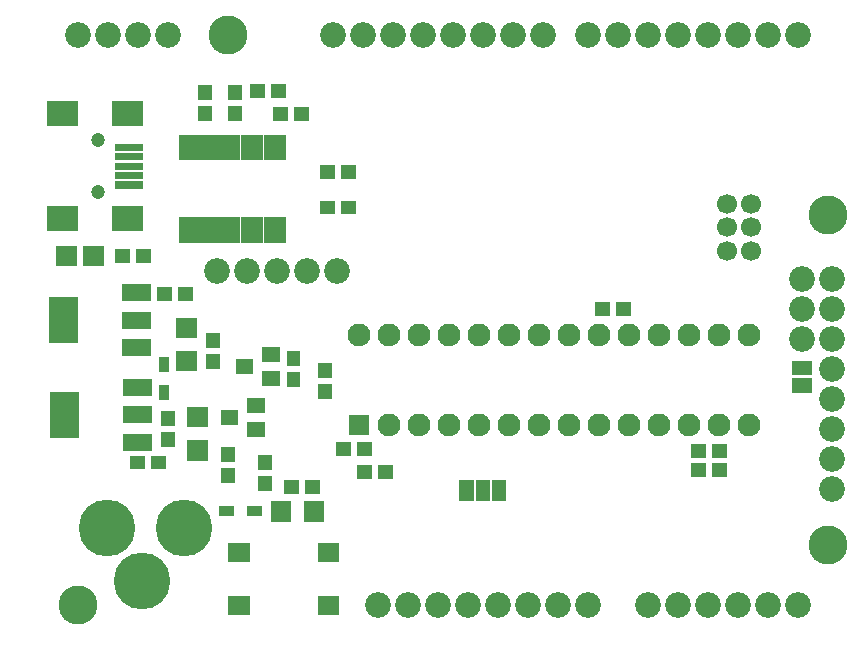
<source format=gbr>
G04 GERBER ASCII OUTPUT FROM: EDWINXP (VER. 1.80 REV. 20100515)*
G04 GERBER FORMAT: RX-274-X*
G04 BOARD: AMICUS24*
G04 ARTWORK OF COMP.MASK POSITIVE*
%ASAXBY*%
%FSTAX24Y24*%
%MIA0B0*%
%MOIN*%
%OFA0.0000B0.0000*%
%SFA1B1*%
%IJA0B0*%
%INLAYER1POS*%
%IOA0B0*%
%IPPOS*%
%IR0*%
G04 APERTURE LIST*
%ADD10C,0.00039*%
%ADD12C,0.00077*%
%ADD13R,0.00077X0.00077*%
%ADD14C,0.0010*%
%ADD16C,0.00118*%
%ADD18C,0.00136*%
%ADD19R,0.00136X0.00136*%
%ADD20C,0.0020*%
%ADD21R,0.0020X0.0020*%
%ADD22C,0.00236*%
%ADD24C,0.0030*%
%ADD25R,0.0030X0.0030*%
%ADD26C,0.00313*%
%ADD27R,0.00313X0.00313*%
%ADD28C,0.00353*%
%ADD29R,0.00353X0.00353*%
%ADD30C,0.00394*%
%ADD32C,0.0040*%
%ADD33R,0.0040X0.0040*%
%ADD34C,0.00472*%
%ADD36C,0.0050*%
%ADD37R,0.0050X0.0050*%
%ADD38C,0.00551*%
%ADD39R,0.00551X0.00551*%
%ADD40C,0.00591*%
%ADD41R,0.00591X0.00591*%
%ADD42C,0.00609*%
%ADD43R,0.00609X0.00609*%
%ADD44C,0.00659*%
%ADD45R,0.00659X0.00659*%
%ADD46C,0.00668*%
%ADD47R,0.00668X0.00668*%
%ADD48C,0.0067*%
%ADD49R,0.0067X0.0067*%
%ADD50C,0.00707*%
%ADD51R,0.00707X0.00707*%
%ADD52C,0.00746*%
%ADD53R,0.00746X0.00746*%
%ADD54C,0.00787*%
%ADD55R,0.00787X0.00787*%
%ADD56C,0.00799*%
%ADD58C,0.0080*%
%ADD60C,0.00904*%
%ADD61R,0.00904X0.00904*%
%ADD62C,0.00945*%
%ADD63R,0.00945X0.00945*%
%ADD64C,0.00975*%
%ADD65R,0.00975X0.00975*%
%ADD66C,0.00984*%
%ADD67R,0.00984X0.00984*%
%ADD68C,0.0100*%
%ADD69R,0.0100X0.0100*%
%ADD70C,0.01102*%
%ADD71R,0.01102X0.01102*%
%ADD72C,0.01181*%
%ADD74C,0.01194*%
%ADD76C,0.0120*%
%ADD78C,0.0122*%
%ADD79R,0.0122X0.0122*%
%ADD80C,0.0124*%
%ADD81R,0.0124X0.0124*%
%ADD82C,0.0130*%
%ADD84C,0.01337*%
%ADD85R,0.01337X0.01337*%
%ADD86C,0.01339*%
%ADD88C,0.01417*%
%ADD90C,0.0150*%
%ADD91R,0.0150X0.0150*%
%ADD92C,0.01575*%
%ADD94C,0.0160*%
%ADD96C,0.01969*%
%ADD97R,0.01969X0.01969*%
%ADD98C,0.0200*%
%ADD100C,0.0200*%
%ADD101R,0.0200X0.0200*%
%ADD102C,0.02008*%
%ADD103R,0.02008X0.02008*%
%ADD104C,0.02165*%
%ADD105R,0.02165X0.02165*%
%ADD106C,0.02362*%
%ADD107R,0.02362X0.02362*%
%ADD108C,0.0240*%
%ADD109R,0.0240X0.0240*%
%ADD110C,0.0240*%
%ADD111R,0.0240X0.0240*%
%ADD112C,0.02439*%
%ADD113R,0.02439X0.02439*%
%ADD114C,0.0250*%
%ADD115R,0.0250X0.0250*%
%ADD116C,0.02559*%
%ADD117R,0.02559X0.02559*%
%ADD118C,0.02598*%
%ADD119R,0.02598X0.02598*%
%ADD120C,0.02636*%
%ADD122C,0.0270*%
%ADD123R,0.0270X0.0270*%
%ADD124C,0.02756*%
%ADD125R,0.02756X0.02756*%
%ADD126C,0.02794*%
%ADD128C,0.0280*%
%ADD130C,0.02854*%
%ADD131R,0.02854X0.02854*%
%ADD132C,0.02872*%
%ADD134C,0.0290*%
%ADD136C,0.02951*%
%ADD137R,0.02951X0.02951*%
%ADD138C,0.02953*%
%ADD139R,0.02953X0.02953*%
%ADD140C,0.02991*%
%ADD142C,0.0300*%
%ADD143R,0.0300X0.0300*%
%ADD144C,0.03059*%
%ADD145R,0.03059X0.03059*%
%ADD146C,0.0307*%
%ADD147R,0.0307X0.0307*%
%ADD148C,0.03187*%
%ADD149R,0.03187X0.03187*%
%ADD150C,0.03199*%
%ADD151R,0.03199X0.03199*%
%ADD152C,0.0320*%
%ADD153R,0.0320X0.0320*%
%ADD154C,0.03248*%
%ADD155R,0.03248X0.03248*%
%ADD156C,0.03345*%
%ADD157R,0.03345X0.03345*%
%ADD158C,0.03346*%
%ADD159R,0.03346X0.03346*%
%ADD160C,0.03375*%
%ADD161R,0.03375X0.03375*%
%ADD162C,0.03425*%
%ADD163R,0.03425X0.03425*%
%ADD164C,0.0350*%
%ADD165R,0.0350X0.0350*%
%ADD166C,0.03502*%
%ADD167R,0.03502X0.03502*%
%ADD168C,0.03581*%
%ADD170C,0.03594*%
%ADD171R,0.03594X0.03594*%
%ADD172C,0.0360*%
%ADD173R,0.0360X0.0360*%
%ADD174C,0.0362*%
%ADD175R,0.0362X0.0362*%
%ADD176C,0.0364*%
%ADD177R,0.0364X0.0364*%
%ADD178C,0.0370*%
%ADD180C,0.03739*%
%ADD182C,0.03817*%
%ADD184C,0.0390*%
%ADD185R,0.0390X0.0390*%
%ADD186C,0.03937*%
%ADD187R,0.03937X0.03937*%
%ADD188C,0.03975*%
%ADD190C,0.0400*%
%ADD191R,0.0400X0.0400*%
%ADD192C,0.04035*%
%ADD193R,0.04035X0.04035*%
%ADD194C,0.04173*%
%ADD195R,0.04173X0.04173*%
%ADD196C,0.04232*%
%ADD197R,0.04232X0.04232*%
%ADD198C,0.04331*%
%ADD199R,0.04331X0.04331*%
%ADD200C,0.04369*%
%ADD201R,0.04369X0.04369*%
%ADD202C,0.0440*%
%ADD203R,0.0440X0.0440*%
%ADD204C,0.04408*%
%ADD205R,0.04408X0.04408*%
%ADD206C,0.0450*%
%ADD207R,0.0450X0.0450*%
%ADD208C,0.04565*%
%ADD209R,0.04565X0.04565*%
%ADD210C,0.0460*%
%ADD211R,0.0460X0.0460*%
%ADD212C,0.0470*%
%ADD213R,0.0470X0.0470*%
%ADD214C,0.04724*%
%ADD215R,0.04724X0.04724*%
%ADD216C,0.04762*%
%ADD217R,0.04762X0.04762*%
%ADD218C,0.0480*%
%ADD219R,0.0480X0.0480*%
%ADD220C,0.04803*%
%ADD221R,0.04803X0.04803*%
%ADD222C,0.0490*%
%ADD223R,0.0490X0.0490*%
%ADD224C,0.04959*%
%ADD225R,0.04959X0.04959*%
%ADD226C,0.04998*%
%ADD227R,0.04998X0.04998*%
%ADD228C,0.0500*%
%ADD229R,0.0500X0.0500*%
%ADD230C,0.05118*%
%ADD231R,0.05118X0.05118*%
%ADD232C,0.05156*%
%ADD233R,0.05156X0.05156*%
%ADD234C,0.05254*%
%ADD235R,0.05254X0.05254*%
%ADD236C,0.05315*%
%ADD237R,0.05315X0.05315*%
%ADD238C,0.05353*%
%ADD239R,0.05353X0.05353*%
%ADD240C,0.0540*%
%ADD243R,0.0550X0.0550*%
%ADD245R,0.05512X0.05512*%
%ADD247R,0.05531X0.05531*%
%ADD249R,0.05551X0.05551*%
%ADD250C,0.0560*%
%ADD251R,0.0560X0.0560*%
%ADD253R,0.05648X0.05648*%
%ADD255R,0.0570X0.0570*%
%ADD257R,0.05746X0.05746*%
%ADD259R,0.05748X0.05748*%
%ADD261R,0.0580X0.0580*%
%ADD263R,0.05825X0.05825*%
%ADD265R,0.0590X0.0590*%
%ADD266C,0.05906*%
%ADD267R,0.05906X0.05906*%
%ADD268C,0.0600*%
%ADD269R,0.0600X0.0600*%
%ADD270C,0.06181*%
%ADD271R,0.06181X0.06181*%
%ADD272C,0.0620*%
%ADD273R,0.0620X0.0620*%
%ADD274C,0.06201*%
%ADD275R,0.06201X0.06201*%
%ADD276C,0.06299*%
%ADD277R,0.06299X0.06299*%
%ADD278C,0.0630*%
%ADD279R,0.0630X0.0630*%
%ADD280C,0.06337*%
%ADD281R,0.06337X0.06337*%
%ADD282C,0.06398*%
%ADD283R,0.06398X0.06398*%
%ADD284C,0.0640*%
%ADD285R,0.0640X0.0640*%
%ADD286C,0.06435*%
%ADD287R,0.06435X0.06435*%
%ADD288C,0.0650*%
%ADD289R,0.0650X0.0650*%
%ADD290C,0.06632*%
%ADD291R,0.06632X0.06632*%
%ADD292C,0.06693*%
%ADD293R,0.06693X0.06693*%
%ADD294C,0.06731*%
%ADD295R,0.06731X0.06731*%
%ADD296C,0.0680*%
%ADD297R,0.0680X0.0680*%
%ADD298C,0.0690*%
%ADD299R,0.0690X0.0690*%
%ADD300C,0.06906*%
%ADD301R,0.06906X0.06906*%
%ADD302C,0.06969*%
%ADD303R,0.06969X0.06969*%
%ADD304C,0.06988*%
%ADD305R,0.06988X0.06988*%
%ADD306C,0.0700*%
%ADD307R,0.0700X0.0700*%
%ADD308C,0.07087*%
%ADD309R,0.07087X0.07087*%
%ADD310C,0.0710*%
%ADD311R,0.0710X0.0710*%
%ADD312C,0.07124*%
%ADD313R,0.07124X0.07124*%
%ADD314C,0.0720*%
%ADD315R,0.0720X0.0720*%
%ADD316C,0.07203*%
%ADD317R,0.07203X0.07203*%
%ADD318C,0.0730*%
%ADD319R,0.0730X0.0730*%
%ADD320C,0.0740*%
%ADD321R,0.0740X0.0740*%
%ADD322C,0.0748*%
%ADD323R,0.0748X0.0748*%
%ADD324C,0.0750*%
%ADD325R,0.0750X0.0750*%
%ADD326C,0.07598*%
%ADD327R,0.07598X0.07598*%
%ADD328C,0.0760*%
%ADD329R,0.0760X0.0760*%
%ADD330C,0.07677*%
%ADD331R,0.07677X0.07677*%
%ADD332C,0.07715*%
%ADD333R,0.07715X0.07715*%
%ADD334C,0.07874*%
%ADD335R,0.07874X0.07874*%
%ADD336C,0.0790*%
%ADD337R,0.0790X0.0790*%
%ADD338C,0.07912*%
%ADD339R,0.07912X0.07912*%
%ADD340C,0.07931*%
%ADD341R,0.07931X0.07931*%
%ADD342C,0.07951*%
%ADD343R,0.07951X0.07951*%
%ADD344C,0.0800*%
%ADD345R,0.0800X0.0800*%
%ADD346C,0.0810*%
%ADD347R,0.0810X0.0810*%
%ADD348C,0.08148*%
%ADD349R,0.08148X0.08148*%
%ADD350C,0.08189*%
%ADD351R,0.08189X0.08189*%
%ADD352C,0.0820*%
%ADD353R,0.0820X0.0820*%
%ADD354C,0.08268*%
%ADD355R,0.08268X0.08268*%
%ADD356C,0.08306*%
%ADD357R,0.08306X0.08306*%
%ADD358C,0.0840*%
%ADD359R,0.0840X0.0840*%
%ADD360C,0.0850*%
%ADD361R,0.0850X0.0850*%
%ADD362C,0.08581*%
%ADD363R,0.08581X0.08581*%
%ADD364C,0.08598*%
%ADD365R,0.08598X0.08598*%
%ADD366C,0.0860*%
%ADD367R,0.0860X0.0860*%
%ADD368C,0.08601*%
%ADD369R,0.08601X0.08601*%
%ADD370C,0.08661*%
%ADD371R,0.08661X0.08661*%
%ADD372C,0.08699*%
%ADD373R,0.08699X0.08699*%
%ADD374C,0.0870*%
%ADD375R,0.0870X0.0870*%
%ADD376C,0.08798*%
%ADD377R,0.08798X0.08798*%
%ADD378C,0.0890*%
%ADD379R,0.0890X0.0890*%
%ADD380C,0.0900*%
%ADD381R,0.0900X0.0900*%
%ADD382C,0.09055*%
%ADD383R,0.09055X0.09055*%
%ADD384C,0.09093*%
%ADD385R,0.09093X0.09093*%
%ADD386C,0.09369*%
%ADD387R,0.09369X0.09369*%
%ADD388C,0.09388*%
%ADD389R,0.09388X0.09388*%
%ADD390C,0.0940*%
%ADD391R,0.0940X0.0940*%
%ADD392C,0.09449*%
%ADD393R,0.09449X0.09449*%
%ADD394C,0.09487*%
%ADD395R,0.09487X0.09487*%
%ADD396C,0.09547*%
%ADD397R,0.09547X0.09547*%
%ADD398C,0.09685*%
%ADD399R,0.09685X0.09685*%
%ADD400C,0.0970*%
%ADD401R,0.0970X0.0970*%
%ADD402C,0.09843*%
%ADD403R,0.09843X0.09843*%
%ADD404C,0.0988*%
%ADD405R,0.0988X0.0988*%
%ADD406C,0.0990*%
%ADD407R,0.0990X0.0990*%
%ADD408C,0.09998*%
%ADD410C,0.1000*%
%ADD411R,0.1000X0.1000*%
%ADD412C,0.10039*%
%ADD413R,0.10039X0.10039*%
%ADD414C,0.10077*%
%ADD415R,0.10077X0.10077*%
%ADD416C,0.1020*%
%ADD417R,0.1020X0.1020*%
%ADD418C,0.10236*%
%ADD419R,0.10236X0.10236*%
%ADD420C,0.10274*%
%ADD421R,0.10274X0.10274*%
%ADD422C,0.1040*%
%ADD423R,0.1040X0.1040*%
%ADD424C,0.10589*%
%ADD425R,0.10589X0.10589*%
%ADD426C,0.1063*%
%ADD427R,0.1063X0.1063*%
%ADD428C,0.10668*%
%ADD429R,0.10668X0.10668*%
%ADD430C,0.1090*%
%ADD431R,0.1090X0.1090*%
%ADD432C,0.10998*%
%ADD433R,0.10998X0.10998*%
%ADD434C,0.1100*%
%ADD435R,0.1100X0.1100*%
%ADD436C,0.11024*%
%ADD437R,0.11024X0.11024*%
%ADD438C,0.11061*%
%ADD439R,0.11061X0.11061*%
%ADD440C,0.1110*%
%ADD441R,0.1110X0.1110*%
%ADD442C,0.11161*%
%ADD443R,0.11161X0.11161*%
%ADD444C,0.1120*%
%ADD445R,0.1120X0.1120*%
%ADD446C,0.1140*%
%ADD447R,0.1140X0.1140*%
%ADD448C,0.11417*%
%ADD449R,0.11417X0.11417*%
%ADD450C,0.11455*%
%ADD451R,0.11455X0.11455*%
%ADD452C,0.1150*%
%ADD453R,0.1150X0.1150*%
%ADD454C,0.11811*%
%ADD455R,0.11811X0.11811*%
%ADD456C,0.11849*%
%ADD457R,0.11849X0.11849*%
%ADD458C,0.11947*%
%ADD459R,0.11947X0.11947*%
%ADD460C,0.1200*%
%ADD461R,0.1200X0.1200*%
%ADD462C,0.12085*%
%ADD463R,0.12085X0.12085*%
%ADD464C,0.1210*%
%ADD465R,0.1210X0.1210*%
%ADD466C,0.12106*%
%ADD467R,0.12106X0.12106*%
%ADD468C,0.12243*%
%ADD469R,0.12243X0.12243*%
%ADD470C,0.1240*%
%ADD471R,0.1240X0.1240*%
%ADD472C,0.12439*%
%ADD473R,0.12439X0.12439*%
%ADD474C,0.1250*%
%ADD475R,0.1250X0.1250*%
%ADD476C,0.12559*%
%ADD477R,0.12559X0.12559*%
%ADD478C,0.1260*%
%ADD479R,0.1260X0.1260*%
%ADD480C,0.12636*%
%ADD481R,0.12636X0.12636*%
%ADD482C,0.12992*%
%ADD483R,0.12992X0.12992*%
%ADD484C,0.1300*%
%ADD485R,0.1300X0.1300*%
%ADD486C,0.1340*%
%ADD487R,0.1340X0.1340*%
%ADD488C,0.13561*%
%ADD489R,0.13561X0.13561*%
%ADD490C,0.1360*%
%ADD491R,0.1360X0.1360*%
%ADD492C,0.1390*%
%ADD493R,0.1390X0.1390*%
%ADD494C,0.1420*%
%ADD495R,0.1420X0.1420*%
%ADD496C,0.1440*%
%ADD497R,0.1440X0.1440*%
%ADD498C,0.14506*%
%ADD499R,0.14506X0.14506*%
%ADD500C,0.14567*%
%ADD501R,0.14567X0.14567*%
%ADD502C,0.1490*%
%ADD503R,0.1490X0.1490*%
%ADD504C,0.14959*%
%ADD505R,0.14959X0.14959*%
%ADD506C,0.1520*%
%ADD507R,0.1520X0.1520*%
%ADD508C,0.15354*%
%ADD509R,0.15354X0.15354*%
%ADD510C,0.15374*%
%ADD511R,0.15374X0.15374*%
%ADD512C,0.15394*%
%ADD513R,0.15394X0.15394*%
%ADD514C,0.1540*%
%ADD515R,0.1540X0.1540*%
%ADD516C,0.1600*%
%ADD517R,0.1600X0.1600*%
%ADD518C,0.1624*%
%ADD519R,0.1624X0.1624*%
%ADD520C,0.1660*%
%ADD521R,0.1660X0.1660*%
%ADD522C,0.1700*%
%ADD524C,0.17323*%
%ADD526C,0.1760*%
%ADD527R,0.1760X0.1760*%
%ADD528C,0.1770*%
%ADD529R,0.1770X0.1770*%
%ADD530C,0.17717*%
%ADD531R,0.17717X0.17717*%
%ADD532C,0.17774*%
%ADD533R,0.17774X0.17774*%
%ADD534C,0.17794*%
%ADD535R,0.17794X0.17794*%
%ADD536C,0.1850*%
%ADD537R,0.1850X0.1850*%
%ADD538C,0.18504*%
%ADD540C,0.1864*%
%ADD541R,0.1864X0.1864*%
%ADD542C,0.18898*%
%ADD544C,0.2010*%
%ADD545R,0.2010X0.2010*%
%ADD546C,0.20117*%
%ADD547R,0.20117X0.20117*%
%ADD548C,0.2090*%
%ADD549R,0.2090X0.2090*%
%ADD550C,0.20904*%
%ADD552C,0.2126*%
%ADD554C,0.21298*%
%ADD556C,0.21299*%
%ADD557R,0.21299X0.21299*%
%ADD558C,0.22835*%
%ADD561R,0.23622X0.23622*%
%ADD563R,0.23699X0.23699*%
%ADD565R,0.24937X0.24937*%
%ADD567R,0.26022X0.26022*%
%ADD569R,0.27337X0.27337*%
%ADD571R,0.31496X0.31496*%
%ADD573R,0.32811X0.32811*%
%ADD575R,0.33896X0.33896*%
%ADD577R,0.35211X0.35211*%
%ADD579R,0.43996X0.43996*%
%ADD581R,0.46396X0.46396*%
%ADD582C,0.56396*%
%ADD583R,0.56396X0.56396*%
%ADD584C,0.66396*%
%ADD585R,0.66396X0.66396*%
%ADD586C,0.76396*%
%ADD587R,0.76396X0.76396*%
%ADD588C,0.86396*%
%ADD589R,0.86396X0.86396*%
%ADD590C,0.96396*%
%ADD591R,0.96396X0.96396*%
%ADD592C,1.06396*%
%ADD593R,1.06396X1.06396*%
%ADD594C,1.16396*%
%ADD595R,1.16396X1.16396*%
%ADD596C,1.26396*%
%ADD597R,1.26396X1.26396*%
%ADD598C,1.36396*%
%ADD599R,1.36396X1.36396*%
%ADD600C,1.46396*%
%ADD601R,1.46396X1.46396*%
%ADD602C,1.56396*%
%ADD603R,1.56396X1.56396*%
%ADD604C,1.66396*%
%ADD605R,1.66396X1.66396*%
%ADD606C,1.76396*%
%ADD607R,1.76396X1.76396*%
%ADD608C,1.86396*%
%ADD609R,1.86396X1.86396*%
%ADD610C,1.96396*%
%ADD611R,1.96396X1.96396*%
G04*
D366*
X005625Y012125D02*D03*
X006625Y012125D02*D03*
X007625Y012125D02*D03*
X008625Y012125D02*D03*
X009625Y012125D02*D03*
D307*
X010375Y007D02*D03*
D328*
X011375Y007D02*D03*
X012375Y007D02*D03*
X013375Y007D02*D03*
X014375Y007D02*D03*
X015375Y007D02*D03*
X016375Y007D02*D03*
X017375Y007D02*D03*
X018375Y007D02*D03*
X019375Y007D02*D03*
X020375Y007D02*D03*
X021375Y007D02*D03*
X022375Y007D02*D03*
X023375Y007D02*D03*
X023375Y01D02*D03*
X022375Y01D02*D03*
X021375Y01D02*D03*
X020375Y01D02*D03*
X019375Y01D02*D03*
X018375Y01D02*D03*
X017375Y01D02*D03*
X016375Y01D02*D03*
X015375Y01D02*D03*
X014375Y01D02*D03*
X013375Y01D02*D03*
X012375Y01D02*D03*
X011375Y01D02*D03*
X010375Y01D02*D03*
D366*
X011Y001D02*D03*
X012Y001D02*D03*
X013Y001D02*D03*
X014Y001D02*D03*
X015Y001D02*D03*
X016Y001D02*D03*
X017Y001D02*D03*
X018Y001D02*D03*
G36*
X010263Y015668D02*
X010263Y015208D01*
X009763Y015208D01*
X009763Y015668D01*
X010263Y015668D01*
G37*
G36*
X009563Y015668D02*
X009563Y015208D01*
X009063Y015208D01*
X009063Y015668D01*
X009563Y015668D01*
G37*
G36*
X003177Y016139D02*
X002232Y016139D01*
X002232Y016375D01*
X003177Y016375D01*
X003177Y016139D01*
G37*
G36*
X003177Y015824D02*
X002232Y015824D01*
X002232Y01606D01*
X003177Y01606D01*
X003177Y015824D01*
G37*
G36*
X003177Y015509D02*
X002232Y015509D01*
X002232Y015745D01*
X003177Y015745D01*
X003177Y015509D01*
G37*
G36*
X003177Y015194D02*
X002232Y015194D01*
X002232Y01543D01*
X003177Y01543D01*
X003177Y015194D01*
G37*
G36*
X003177Y014879D02*
X002232Y014879D01*
X002232Y015115D01*
X003177Y015115D01*
X003177Y014879D01*
G37*
G36*
X002154Y013462D02*
X002154Y014288D01*
X003177Y014288D01*
X003177Y013462D01*
X002154Y013462D01*
G37*
G36*
X-000012Y013462D02*
X-000012Y014288D01*
X001012Y014288D01*
X001012Y013462D01*
X-000012Y013462D01*
G37*
G36*
X-000012Y016966D02*
X-000012Y017792D01*
X001012Y017792D01*
X001012Y016966D01*
X-000012Y016966D01*
G37*
G36*
X002154Y016966D02*
X002154Y017792D01*
X003177Y017792D01*
X003177Y016966D01*
X002154Y016966D01*
G37*
D214*
X001681Y016493D02*D03*
X001681Y014761D02*D03*
D366*
X0165Y02D02*D03*
X0155Y02D02*D03*
X0145Y02D02*D03*
X0135Y02D02*D03*
X0125Y02D02*D03*
X0115Y02D02*D03*
X0105Y02D02*D03*
X0095Y02D02*D03*
X025Y02D02*D03*
X024Y02D02*D03*
X023Y02D02*D03*
X022Y02D02*D03*
X021Y02D02*D03*
X02Y02D02*D03*
X019Y02D02*D03*
X018Y02D02*D03*
X02Y001D02*D03*
X021Y001D02*D03*
X022Y001D02*D03*
X023Y001D02*D03*
X024Y001D02*D03*
X025Y001D02*D03*
D484*
X026Y003D02*D03*
X006Y02D02*D03*
X026Y014D02*D03*
G36*
X009013Y000663D02*
X009013Y001293D01*
X009721Y001293D01*
X009721Y000663D01*
X009013Y000663D01*
G37*
G36*
X006021Y000663D02*
X006021Y001293D01*
X006729Y001293D01*
X006729Y000663D01*
X006021Y000663D01*
G37*
G36*
X009013Y002435D02*
X009013Y003065D01*
X009721Y003065D01*
X009721Y002435D01*
X009013Y002435D01*
G37*
G36*
X006021Y002435D02*
X006021Y003065D01*
X006729Y003065D01*
X006729Y002435D01*
X006021Y002435D01*
G37*
G36*
X004375Y013925D02*
X004625Y013925D01*
X004625Y013065D01*
X004375Y013065D01*
X004375Y013925D01*
G37*
G36*
X004631Y013925D02*
X004881Y013925D01*
X004881Y013065D01*
X004631Y013065D01*
X004631Y013925D01*
G37*
G36*
X004887Y013925D02*
X005137Y013925D01*
X005137Y013065D01*
X004887Y013065D01*
X004887Y013925D01*
G37*
G36*
X005143Y013925D02*
X005393Y013925D01*
X005393Y013065D01*
X005143Y013065D01*
X005143Y013925D01*
G37*
G36*
X005399Y013925D02*
X005649Y013925D01*
X005649Y013065D01*
X005399Y013065D01*
X005399Y013925D01*
G37*
G36*
X005655Y013925D02*
X005905Y013925D01*
X005905Y013065D01*
X005655Y013065D01*
X005655Y013925D01*
G37*
G36*
X005911Y013925D02*
X006161Y013925D01*
X006161Y013065D01*
X005911Y013065D01*
X005911Y013925D01*
G37*
G36*
X006167Y013925D02*
X006417Y013925D01*
X006417Y013065D01*
X006167Y013065D01*
X006167Y013925D01*
G37*
G36*
X006423Y013925D02*
X006673Y013925D01*
X006673Y013065D01*
X006423Y013065D01*
X006423Y013925D01*
G37*
G36*
X006679Y013925D02*
X006929Y013925D01*
X006929Y013065D01*
X006679Y013065D01*
X006679Y013925D01*
G37*
G36*
X006935Y013925D02*
X007185Y013925D01*
X007185Y013065D01*
X006935Y013065D01*
X006935Y013925D01*
G37*
G36*
X007191Y013925D02*
X007441Y013925D01*
X007441Y013065D01*
X007191Y013065D01*
X007191Y013925D01*
G37*
G36*
X007447Y013925D02*
X007697Y013925D01*
X007697Y013065D01*
X007447Y013065D01*
X007447Y013925D01*
G37*
G36*
X007703Y013925D02*
X007953Y013925D01*
X007953Y013065D01*
X007703Y013065D01*
X007703Y013925D01*
G37*
G36*
X007703Y016675D02*
X007953Y016675D01*
X007953Y015815D01*
X007703Y015815D01*
X007703Y016675D01*
G37*
G36*
X007447Y016675D02*
X007697Y016675D01*
X007697Y015815D01*
X007447Y015815D01*
X007447Y016675D01*
G37*
G36*
X007191Y016675D02*
X007441Y016675D01*
X007441Y015815D01*
X007191Y015815D01*
X007191Y016675D01*
G37*
G36*
X006935Y016675D02*
X007185Y016675D01*
X007185Y015815D01*
X006935Y015815D01*
X006935Y016675D01*
G37*
G36*
X006679Y016675D02*
X006929Y016675D01*
X006929Y015815D01*
X006679Y015815D01*
X006679Y016675D01*
G37*
G36*
X006423Y016675D02*
X006673Y016675D01*
X006673Y015815D01*
X006423Y015815D01*
X006423Y016675D01*
G37*
G36*
X006167Y016675D02*
X006417Y016675D01*
X006417Y015815D01*
X006167Y015815D01*
X006167Y016675D01*
G37*
G36*
X005911Y016675D02*
X006161Y016675D01*
X006161Y015815D01*
X005911Y015815D01*
X005911Y016675D01*
G37*
G36*
X005655Y016675D02*
X005905Y016675D01*
X005905Y015815D01*
X005655Y015815D01*
X005655Y016675D01*
G37*
G36*
X005399Y016675D02*
X005649Y016675D01*
X005649Y015815D01*
X005399Y015815D01*
X005399Y016675D01*
G37*
G36*
X005143Y016675D02*
X005393Y016675D01*
X005393Y015815D01*
X005143Y015815D01*
X005143Y016675D01*
G37*
G36*
X004887Y016675D02*
X005137Y016675D01*
X005137Y015815D01*
X004887Y015815D01*
X004887Y016675D01*
G37*
G36*
X004631Y016675D02*
X004881Y016675D01*
X004881Y015815D01*
X004631Y015815D01*
X004631Y016675D01*
G37*
G36*
X004375Y016675D02*
X004625Y016675D01*
X004625Y015815D01*
X004375Y015815D01*
X004375Y016675D01*
G37*
D542*
X00453Y003573D02*D03*
X003152Y001802D02*D03*
X00197Y003573D02*D03*
G36*
X003625Y011145D02*
X003625Y011605D01*
X004125Y011605D01*
X004125Y011145D01*
X003625Y011145D01*
G37*
G36*
X004325Y011145D02*
X004325Y011605D01*
X004825Y011605D01*
X004825Y011145D01*
X004325Y011145D01*
G37*
G36*
X01825Y010645D02*
X01825Y011105D01*
X01875Y011105D01*
X01875Y010645D01*
X01825Y010645D01*
G37*
G36*
X01895Y010645D02*
X01895Y011105D01*
X01945Y011105D01*
X01945Y010645D01*
X01895Y010645D01*
G37*
G36*
X007728Y008313D02*
X007148Y008313D01*
X007148Y008813D01*
X007728Y008813D01*
X007728Y008313D01*
G37*
G36*
X007728Y009113D02*
X007148Y009113D01*
X007148Y009613D01*
X007728Y009613D01*
X007728Y009113D01*
G37*
G36*
X006848Y008713D02*
X006268Y008713D01*
X006268Y009213D01*
X006848Y009213D01*
X006848Y008713D01*
G37*
G36*
X00948Y007875D02*
X00902Y007875D01*
X00902Y008375D01*
X00948Y008375D01*
X00948Y007875D01*
G37*
G36*
X00948Y008575D02*
X00902Y008575D01*
X00902Y009075D01*
X00948Y009075D01*
X00948Y008575D01*
G37*
G36*
X00345Y012855D02*
X00345Y012395D01*
X00295Y012395D01*
X00295Y012855D01*
X00345Y012855D01*
G37*
G36*
X00275Y012855D02*
X00275Y012395D01*
X00225Y012395D01*
X00225Y012855D01*
X00275Y012855D01*
G37*
G36*
X00623Y00505D02*
X00577Y00505D01*
X00577Y00555D01*
X00623Y00555D01*
X00623Y00505D01*
G37*
G36*
X00623Y00575D02*
X00577Y00575D01*
X00577Y00625D01*
X00623Y00625D01*
X00623Y00575D01*
G37*
G36*
X007438Y003771D02*
X007438Y004479D01*
X008107Y004479D01*
X008107Y003771D01*
X007438Y003771D01*
G37*
G36*
X00854Y003771D02*
X00854Y004479D01*
X00921Y004479D01*
X00921Y003771D01*
X00854Y003771D01*
G37*
G36*
X001875Y01295D02*
X001875Y0123D01*
X001175Y0123D01*
X001175Y01295D01*
X001875Y01295D01*
G37*
G36*
X000975Y01295D02*
X000975Y0123D01*
X000275Y0123D01*
X000275Y01295D01*
X000975Y01295D01*
G37*
G36*
X004646Y007585D02*
X005354Y007585D01*
X005354Y006915D01*
X004646Y006915D01*
X004646Y007585D01*
G37*
G36*
X004646Y006482D02*
X005354Y006482D01*
X005354Y005813D01*
X004646Y005813D01*
X004646Y006482D01*
G37*
G36*
X004271Y010562D02*
X004979Y010562D01*
X004979Y009893D01*
X004271Y009893D01*
X004271Y010562D01*
G37*
G36*
X004271Y00946D02*
X004979Y00946D01*
X004979Y00879D01*
X004271Y00879D01*
X004271Y00946D01*
G37*
G36*
X022625Y00573D02*
X022625Y00527D01*
X022125Y00527D01*
X022125Y00573D01*
X022625Y00573D01*
G37*
G36*
X021925Y00573D02*
X021925Y00527D01*
X021425Y00527D01*
X021425Y00573D01*
X021925Y00573D01*
G37*
G36*
X013722Y004478D02*
X013722Y005147D01*
X014195Y005147D01*
X014195Y004478D01*
X013722Y004478D01*
G37*
G36*
X014264Y004478D02*
X014264Y005147D01*
X014736Y005147D01*
X014736Y004478D01*
X014264Y004478D01*
G37*
G36*
X014805Y004478D02*
X014805Y005147D01*
X015278Y005147D01*
X015278Y004478D01*
X014805Y004478D01*
G37*
G36*
X00723Y0066D02*
X00665Y0066D01*
X00665Y0071D01*
X00723Y0071D01*
X00723Y0066D01*
G37*
G36*
X00723Y0074D02*
X00665Y0074D01*
X00665Y0079D01*
X00723Y0079D01*
X00723Y0074D01*
G37*
G36*
X00635Y007D02*
X00577Y007D01*
X00577Y0075D01*
X00635Y0075D01*
X00635Y007D01*
G37*
G36*
X00348Y00614D02*
X00251Y00614D01*
X00251Y00671D01*
X00348Y00671D01*
X00348Y00614D01*
G37*
G36*
X00348Y00705D02*
X00251Y00705D01*
X00251Y00762D01*
X00348Y00762D01*
X00348Y00705D01*
G37*
G36*
X00348Y00796D02*
X00251Y00796D01*
X00251Y00853D01*
X00348Y00853D01*
X00348Y00796D01*
G37*
G36*
X00104Y00658D02*
X00007Y00658D01*
X00007Y0081D01*
X00104Y0081D01*
X00104Y00658D01*
G37*
G36*
X00395Y00598D02*
X00395Y00552D01*
X00345Y00552D01*
X00345Y00598D01*
X00395Y00598D01*
G37*
G36*
X00325Y00598D02*
X00325Y00552D01*
X00275Y00552D01*
X00275Y00598D01*
X00325Y00598D01*
G37*
G36*
X009063Y01402D02*
X009063Y01448D01*
X009563Y01448D01*
X009563Y01402D01*
X009063Y01402D01*
G37*
G36*
X009763Y01402D02*
X009763Y01448D01*
X010263Y01448D01*
X010263Y01402D01*
X009763Y01402D01*
G37*
G36*
X00675Y017895D02*
X00675Y018355D01*
X00725Y018355D01*
X00725Y017895D01*
X00675Y017895D01*
G37*
G36*
X00745Y017895D02*
X00745Y018355D01*
X00795Y018355D01*
X00795Y017895D01*
X00745Y017895D01*
G37*
G36*
X00527Y010075D02*
X00573Y010075D01*
X00573Y009575D01*
X00527Y009575D01*
X00527Y010075D01*
G37*
G36*
X00527Y009375D02*
X00573Y009375D01*
X00573Y008875D01*
X00527Y008875D01*
X00527Y009375D01*
G37*
G36*
X007863Y004708D02*
X007863Y005168D01*
X008363Y005168D01*
X008363Y004708D01*
X007863Y004708D01*
G37*
G36*
X008563Y004708D02*
X008563Y005168D01*
X009063Y005168D01*
X009063Y004708D01*
X008563Y004708D01*
G37*
G36*
X022625Y006355D02*
X022625Y005895D01*
X022125Y005895D01*
X022125Y006355D01*
X022625Y006355D01*
G37*
G36*
X021925Y006355D02*
X021925Y005895D01*
X021425Y005895D01*
X021425Y006355D01*
X021925Y006355D01*
G37*
G36*
X0087Y017605D02*
X0087Y017145D01*
X0082Y017145D01*
X0082Y017605D01*
X0087Y017605D01*
G37*
G36*
X008Y017605D02*
X008Y017145D01*
X0075Y017145D01*
X0075Y017605D01*
X008Y017605D01*
G37*
G36*
X010313Y005208D02*
X010313Y005668D01*
X010813Y005668D01*
X010813Y005208D01*
X010313Y005208D01*
G37*
G36*
X011013Y005208D02*
X011013Y005668D01*
X011513Y005668D01*
X011513Y005208D01*
X011013Y005208D01*
G37*
G36*
X00345Y0093D02*
X00248Y0093D01*
X00248Y00987D01*
X00345Y00987D01*
X00345Y0093D01*
G37*
G36*
X00345Y01021D02*
X00248Y01021D01*
X00248Y01078D01*
X00345Y01078D01*
X00345Y01021D01*
G37*
G36*
X00345Y01112D02*
X00248Y01112D01*
X00248Y01169D01*
X00345Y01169D01*
X00345Y01112D01*
G37*
G36*
X00101Y00974D02*
X00004Y00974D01*
X00004Y01126D01*
X00101Y01126D01*
X00101Y00974D01*
G37*
G36*
X00602Y018325D02*
X00648Y018325D01*
X00648Y017825D01*
X00602Y017825D01*
X00602Y018325D01*
G37*
G36*
X00602Y017625D02*
X00648Y017625D01*
X00648Y017125D01*
X00602Y017125D01*
X00602Y017625D01*
G37*
G36*
X008418Y00825D02*
X007958Y00825D01*
X007958Y00875D01*
X008418Y00875D01*
X008418Y00825D01*
G37*
G36*
X008418Y00895D02*
X007958Y00895D01*
X007958Y00945D01*
X008418Y00945D01*
X008418Y00895D01*
G37*
G36*
X00702Y006D02*
X00748Y006D01*
X00748Y0055D01*
X00702Y0055D01*
X00702Y006D01*
G37*
G36*
X00702Y0053D02*
X00748Y0053D01*
X00748Y0048D01*
X00702Y0048D01*
X00702Y0053D01*
G37*
G36*
X00423Y00625D02*
X00377Y00625D01*
X00377Y00675D01*
X00423Y00675D01*
X00423Y00625D01*
G37*
G36*
X00423Y00695D02*
X00377Y00695D01*
X00377Y00745D01*
X00423Y00745D01*
X00423Y00695D01*
G37*
G36*
X0037Y00925D02*
X00405Y00925D01*
X00405Y00875D01*
X0037Y00875D01*
X0037Y00925D01*
G37*
G36*
X0037Y008344D02*
X00405Y008344D01*
X00405Y007844D01*
X0037Y007844D01*
X0037Y008344D01*
G37*
G36*
X007125Y0043D02*
X007125Y00395D01*
X006625Y00395D01*
X006625Y0043D01*
X007125Y0043D01*
G37*
G36*
X006219Y0043D02*
X006219Y00395D01*
X005719Y00395D01*
X005719Y0043D01*
X006219Y0043D01*
G37*
D292*
X022638Y012795D02*D03*
X022638Y013583D02*D03*
X022638Y01437D02*D03*
G36*
X00502Y018325D02*
X00548Y018325D01*
X00548Y017825D01*
X00502Y017825D01*
X00502Y018325D01*
G37*
G36*
X00502Y017625D02*
X00548Y017625D01*
X00548Y017125D01*
X00502Y017125D01*
X00502Y017625D01*
G37*
G36*
X009613Y005958D02*
X009613Y006418D01*
X010113Y006418D01*
X010113Y005958D01*
X009613Y005958D01*
G37*
G36*
X010313Y005958D02*
X010313Y006418D01*
X010813Y006418D01*
X010813Y005958D01*
X010313Y005958D01*
G37*
D366*
X001Y02D02*D03*
X002Y02D02*D03*
X003Y02D02*D03*
X004Y02D02*D03*
X025125Y011875D02*D03*
X026125Y011875D02*D03*
X025125Y010875D02*D03*
X026125Y010875D02*D03*
X025125Y009875D02*D03*
X026125Y009875D02*D03*
X026125Y008875D02*D03*
X026125Y007875D02*D03*
X026125Y006875D02*D03*
X026125Y005875D02*D03*
X026125Y004875D02*D03*
G36*
X02479Y009139D02*
X02546Y009139D01*
X02546Y008667D01*
X02479Y008667D01*
X02479Y009139D01*
G37*
G36*
X02479Y008549D02*
X02546Y008549D01*
X02546Y008076D01*
X02479Y008076D01*
X02479Y008549D01*
G37*
D484*
X001Y001D02*D03*
D292*
X023425Y012795D02*D03*
X023425Y013583D02*D03*
X023425Y01437D02*D03*
M02*

</source>
